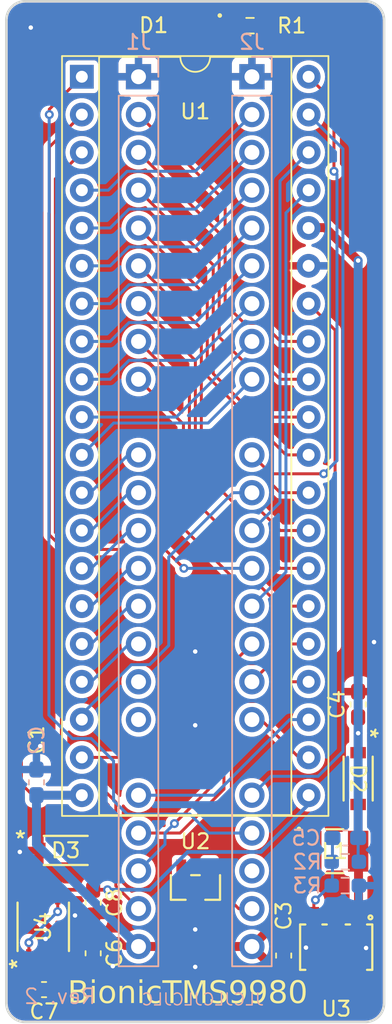
<source format=kicad_pcb>
(kicad_pcb (version 20240108) (generator "pcbnew") (generator_version "8.0")
  (title_block (title "BionicTMS9981") (date "2025-03-02") (rev "2") (company "Tadashi G. Takaoka"))
  (layers (0 "F.Cu" mixed) (31 "B.Cu" mixed) (34 "B.Paste" user) (35 "F.Paste" user) (36 "B.SilkS" user "B.Silkscreen") (37 "F.SilkS" user "F.Silkscreen") (38 "B.Mask" user) (39 "F.Mask" user) (44 "Edge.Cuts" user))
  (net 0 "")
  (net 1 "VCC")
  (net 2 "GND")
  (net 3 "/P53")
  (net 4 "/P26")
  (net 5 "/P27")
  (net 6 "/P47")
  (net 7 "/P46")
  (net 8 "/P25")
  (net 9 "/P24")
  (net 10 "/P23")
  (net 11 "/P22")
  (net 12 "/P21")
  (net 13 "/P20")
  (net 14 "/P34")
  (net 15 "/P35")
  (net 16 "/P17")
  (net 17 "/P16")
  (net 18 "/P15")
  (net 19 "/P40")
  (net 20 "/P14")
  (net 21 "/P13")
  (net 22 "/P42")
  (net 23 "/P12")
  (net 24 "/P11")
  (net 25 "/P10")
  (net 26 "/P33")
  (net 27 "/P32")
  (net 28 "/P31")
  (net 29 "/P30")
  (net 30 "/P51")
  (net 31 "/P55")
  (net 32 "/P43")
  (net 33 "/P50")
  (net 34 "/P52")
  (net 36 "Net-(D1-K)")
  (net 38 "/P44")
  (net 39 "/P41")
  (net 40 "/P54")
  (net 41 "/P45")
  (net 42 "/dcdc+12v/+12V")
  (net 43 "Net-(J2-P57)")
  (net 45 "Net-(U3-IN-)")
  (net 46 "Net-(C7-Pad2)")
  (net 47 "Net-(C7-Pad1)")
  (net 48 "/dcdc-5v/-5V")
  (net 49 "Net-(D2-A)")
  (footprint "Capacitor_SMD:C_0603_1608Metric_Pad1.08x0.95mm_HandSolder" (layer "F.Cu") (at 103.5411 136.3956)
    (property "Reference" "C7" (at -0.0011 1.4732 0) (layer "F.SilkS"))
    (property "Value" "1u/50V")
    (pad "1" smd roundrect (at -0.8625 0) (size 1.075 0.95) (layers "F.Cu" "F.Paste" "F.Mask") (net 47 "Net-(C7-Pad1)"))
    (pad "2" smd roundrect (at 0.8625 0) (size 1.075 0.95) (layers "F.Cu" "F.Paste" "F.Mask") (net 46 "Net-(C7-Pad2)"))
  )
  (footprint "Capacitor_SMD:C_0603_1608Metric_Pad1.08x0.95mm_HandSolder" (layer "F.Cu") (at 119.6436 134.1107 90)
    (property "Reference" "C3" (at 2.667 0 90) (layer "F.SilkS"))
    (property "Value" "10uF/50V")
    (pad "1" smd roundrect (at -0.8625 0 90) (size 1.075 0.95) (layers "F.Cu" "F.Paste" "F.Mask") (net 1 "VCC"))
    (pad "2" smd roundrect (at 0.8625 0 90) (size 1.075 0.95) (layers "F.Cu" "F.Paste" "F.Mask") (net 2 "GND"))
  )
  (footprint "nisshinbo:SOT-89-5_NMD-M" (layer "F.Cu") (at 123.1728 133.5458 180)
    (property "Reference" "U3" (at -0.0014 -4.1452 0) (layer "F.SilkS"))
    (property "Value" "NJW4132")
    (pad "1" smd rect (at -1.5 1.9 180) (size 0.7 1.6) (layers "F.Cu" "F.Paste" "F.Mask") (net 49 "Net-(D2-A)"))
    (pad "2" smd custom (at 0 -0.05 180) (size 1 5.5) (layers "F.Cu" "F.Paste" "F.Mask") (net 2 "GND") (options (clearance outline) (anchor rect)) (primitives (gr_poly (pts (xy -0.5 -1.05) (xy 0.5 -1.05) (xy 1 -0.35) (xy 1 0.45) (xy 0.5 1.15) (xy -0.5 1.15) (xy -1 0.45) (xy -1 -0.35)) (width 0) (fill yes))))
    (pad "3" smd rect (at 1.5 1.9 180) (size 0.7 1.6) (layers "F.Cu" "F.Paste" "F.Mask") (net 45 "Net-(U3-IN-)"))
    (pad "4" smd rect (at 1.5 -1.95 180) (size 0.7 1.7) (layers "F.Cu" "F.Paste" "F.Mask") (net 1 "VCC"))
    (pad "5" smd rect (at -1.5 -1.95 180) (size 0.7 1.7) (layers "F.Cu" "F.Paste" "F.Mask") (net 1 "VCC"))
  )
  (footprint "Capacitor_SMD:C_0603_1608Metric_Pad1.08x0.95mm_HandSolder" (layer "F.Cu") (at 106.842 130.5536 -90)
    (property "Reference" "C8" (at 0 -1.43 90) (layer "F.SilkS"))
    (property "Value" "1u/50V")
    (pad "1" smd roundrect (at -0.8625 0 270) (size 1.075 0.95) (layers "F.Cu" "F.Paste" "F.Mask") (net 48 "/dcdc-5v/-5V"))
    (pad "2" smd roundrect (at 0.8625 0 270) (size 1.075 0.95) (layers "F.Cu" "F.Paste" "F.Mask") (net 2 "GND"))
  )
  (footprint "Capacitor_SMD:C_0603_1608Metric_Pad1.08x0.95mm_HandSolder" (layer "F.Cu") (at 124.6474 117.244 90)
    (property "Reference" "C4" (at 0 -1.43 90) (layer "F.SilkS"))
    (property "Value" "22uF/16V")
    (pad "1" smd roundrect (at -0.8625 0 90) (size 1.075 0.95) (layers "F.Cu" "F.Paste" "F.Mask") (net 42 "/dcdc+12v/+12V"))
    (pad "2" smd roundrect (at 0.8625 0 90) (size 1.075 0.95) (layers "F.Cu" "F.Paste" "F.Mask") (net 2 "GND"))
  )
  (footprint "Resistor_SMD:R_0603_1608Metric_Pad0.98x0.95mm_HandSolder" (layer "F.Cu") (at 117.383 71.651)
    (property "Reference" "R1" (at 2.794 0 0) (layer "F.SilkS"))
    (property "Value" "1.6k")
    (pad "1" smd roundrect (at -0.9125 0) (size 0.975 0.95) (layers "F.Cu" "F.Paste" "F.Mask") (net 36 "Net-(D1-K)"))
    (pad "2" smd roundrect (at 0.9125 0) (size 0.975 0.95) (layers "F.Cu" "F.Paste" "F.Mask") (net 2 "GND"))
  )
  (footprint "rhom:LED_CSL1901UW1_ROM-M" (layer "F.Cu") (at 113.7 71.651 180)
    (property "Reference" "D1" (at 2.794 0.0254 0) (layer "F.SilkS"))
    (property "Value" "CSL1901UW1")
    (pad "1" smd rect (at -0.8763 0 180) (size 0.9652 0.762) (layers "F.Cu" "F.Paste" "F.Mask") (net 36 "Net-(D1-K)"))
    (pad "2" smd rect (at 0.8763 0 180) (size 0.9652 0.762) (layers "F.Cu" "F.Paste" "F.Mask") (net 1 "VCC"))
    (zone (net 0) (net_name "") (layer "F.Cu") (connect_pads (clearance 0)) (min_thickness 0.254)
      (keepout (tracks not_allowed) (vias not_allowed) (pads allowed) (copperpour not_allowed) (footprints allowed))
      (fill (thermal_gap 0.508) (thermal_bridge_width 0.508))
      (polygon (pts (xy 114.0429 72.0066) (xy 113.3571 72.0066) (xy 113.3571 71.2954) (xy 114.0429 71.2954)))
    )
  )
  (footprint "Capacitor_SMD:C_0603_1608Metric_Pad1.08x0.95mm_HandSolder" (layer "F.Cu") (at 103.032 122.4764 90)
    (property "Reference" "C1" (at 2.8448 0 90) (layer "F.SilkS"))
    (property "Value" "22u")
    (pad "1" smd roundrect (at -0.8625 0 90) (size 1.075 0.95) (layers "F.Cu" "F.Paste" "F.Mask") (net 1 "VCC"))
    (pad "2" smd roundrect (at 0.8625 0 90) (size 1.075 0.95) (layers "F.Cu" "F.Paste" "F.Mask") (net 2 "GND"))
  )
  (footprint "murata:IND_DFE322512F_MUR-M" (layer "F.Cu") (at 123.0726 127.0992)
    (property "Reference" "L1" (at 0 0 0) (layer "F.SilkS"))
    (property "Value" "10uH/3A")
    (pad "1" smd rect (at -1.5748 0) (size 1.3716 2.7432) (layers "F.Cu" "F.Paste" "F.Mask") (net 1 "VCC"))
    (pad "2" smd rect (at 1.5748 0) (size 1.3716 2.7432) (layers "F.Cu" "F.Paste" "F.Mask") (net 49 "Net-(D2-A)"))
    (zone (net 0) (net_name "") (layer "F.Cu") (connect_pads (clearance 0)) (min_thickness 0.254)
      (keepout (tracks not_allowed) (vias not_allowed) (pads allowed) (copperpour not_allowed) (footprints allowed))
      (fill (thermal_gap 0.508) (thermal_bridge_width 0.508))
      (polygon (pts (xy 122.2344 125.8038) (xy 123.9108 125.8038) (xy 123.9108 128.3946) (xy 122.2344 128.3946)))
    )
  )
  (footprint "microchip:SOT-23_MC_MCH-M" (layer "F.Cu") (at 113.715199 129.5368 180)
    (property "Reference" "U2" (at 0 3.098 0) (layer "F.SilkS"))
    (property "Value" "11AA010-I/TT")
    (pad "1" smd rect (at -0.950001 1.066 180) (size 0.6604 1.6256) (layers "F.Cu" "F.Paste" "F.Mask") (net 43 "Net-(J2-P57)"))
    (pad "2" smd rect (at 0.950001 1.066 180) (size 0.6604 1.6256) (layers "F.Cu" "F.Paste" "F.Mask") (net 1 "VCC"))
    (pad "3" smd rect (at 0 -1.066 180) (size 0.6604 1.6256) (layers "F.Cu" "F.Paste" "F.Mask") (net 2 "GND"))
  )
  (footprint "murata:CR_60M-60_ROM-M" (layer "F.Cu") (at 105.0005 127.0484)
    (property "Reference" "D3" (at 0 0 0) (layer "F.SilkS"))
    (property "Value" "30V/1A")
    (fp_text user "*" (at -3.048 -0.762 0) (layer "F.SilkS"))
    (pad "1" smd rect (at -1.7399 0) (size 0.762 1.0414) (layers "F.Cu" "F.Paste" "F.Mask") (net 2 "GND"))
    (pad "2" smd rect (at 1.7399 0) (size 0.762 1.0414) (layers "F.Cu" "F.Paste" "F.Mask") (net 48 "/dcdc-5v/-5V"))
    (zone (net 0) (net_name "") (layer "F.Cu") (connect_pads (clearance 0)) (min_thickness 0.254)
      (keepout (tracks not_allowed) (vias not_allowed) (pads allowed) (copperpour not_allowed) (footprints allowed))
      (fill (thermal_gap 0.508) (thermal_bridge_width 0.508))
      (polygon (pts (xy 103.6924 126.2483) (xy 106.3086 126.2483) (xy 106.3086 127.8485) (xy 103.6924 127.8485)))
    )
  )
  (footprint "bionic:DIP-40_W15.24mm_Socket" (layer "F.Cu") (at 106.08 75.08)
    (property "Reference" "U1" (at 7.62 2.3368 0) (layer "F.SilkS"))
    (property "Value" "TMS9980")
    (pad "1" thru_hole rect (at 0 0) (size 1.6 1.6) (drill 0.8) (layers "*.Cu" "*.Mask") (net 31 "/P55"))
    (pad "2" thru_hole oval (at 0 2.54) (size 1.6 1.6) (drill 0.8) (layers "*.Cu" "*.Mask") (net 3 "/P53"))
    (pad "3" thru_hole oval (at 0 5.08) (size 1.6 1.6) (drill 0.8) (layers "*.Cu" "*.Mask") (net 32 "/P43"))
    (pad "4" thru_hole oval (at 0 7.62) (size 1.6 1.6) (drill 0.8) (layers "*.Cu" "*.Mask") (net 13 "/P20"))
    (pad "5" thru_hole oval (at 0 10.16) (size 1.6 1.6) (drill 0.8) (layers "*.Cu" "*.Mask") (net 12 "/P21"))
    (pad "6" thru_hole oval (at 0 12.7) (size 1.6 1.6) (drill 0.8) (layers "*.Cu" "*.Mask") (net 11 "/P22"))
    (pad "7" thru_hole oval (at 0 15.24) (size 1.6 1.6) (drill 0.8) (layers "*.Cu" "*.Mask") (net 10 "/P23"))
    (pad "8" thru_hole oval (at 0 17.78) (size 1.6 1.6) (drill 0.8) (layers "*.Cu" "*.Mask") (net 9 "/P24"))
    (pad "9" thru_hole oval (at 0 20.32) (size 1.6 1.6) (drill 0.8) (layers "*.Cu" "*.Mask") (net 8 "/P25"))
    (pad "10" thru_hole oval (at 0 22.86) (size 1.6 1.6) (drill 0.8) (layers "*.Cu" "*.Mask") (net 4 "/P26"))
    (pad "11" thru_hole oval (at 0 25.4) (size 1.6 1.6) (drill 0.8) (layers "*.Cu" "*.Mask") (net 5 "/P27"))
    (pad "12" thru_hole oval (at 0 27.94) (size 1.6 1.6) (drill 0.8) (layers "*.Cu" "*.Mask") (net 29 "/P30"))
    (pad "13" thru_hole oval (at 0 30.48) (size 1.6 1.6) (drill 0.8) (layers "*.Cu" "*.Mask") (net 28 "/P31"))
    (pad "14" thru_hole oval (at 0 33.02) (size 1.6 1.6) (drill 0.8) (layers "*.Cu" "*.Mask") (net 27 "/P32"))
    (pad "15" thru_hole oval (at 0 35.56) (size 1.6 1.6) (drill 0.8) (layers "*.Cu" "*.Mask") (net 26 "/P33"))
    (pad "16" thru_hole oval (at 0 38.1) (size 1.6 1.6) (drill 0.8) (layers "*.Cu" "*.Mask") (net 14 "/P34"))
    (pad "17" thru_hole oval (at 0 40.64) (size 1.6 1.6) (drill 0.8) (layers "*.Cu" "*.Mask") (net 15 "/P35"))
    (pad "18" thru_hole oval (at 0 43.18) (size 1.6 1.6) (drill 0.8) (layers "*.Cu" "*.Mask") (net 39 "/P41"))
    (pad "19" thru_hole oval (at 0 45.72) (size 1.6 1.6) (drill 0.8) (layers "*.Cu" "*.Mask") (net 41 "/P45"))
    (pad "20" thru_hole oval (at 0 48.26) (size 1.6 1.6) (drill 0.8) (layers "*.Cu" "*.Mask") (net 1 "VCC"))
    (pad "21" thru_hole oval (at 15.24 48.26) (size 1.6 1.6) (drill 0.8) (layers "*.Cu" "*.Mask") (net 48 "/dcdc-5v/-5V"))
    (pad "22" thru_hole oval (at 15.24 45.72) (size 1.6 1.6) (drill 0.8) (layers "*.Cu" "*.Mask") (net 6 "/P47"))
    (pad "23" thru_hole oval (at 15.24 43.18) (size 1.6 1.6) (drill 0.8) (layers "*.Cu" "*.Mask") (net 33 "/P50"))
    (pad "24" thru_hole oval (at 15.24 40.64) (size 1.6 1.6) (drill 0.8) (layers "*.Cu" "*.Mask") (net 30 "/P51"))
    (pad "25" thru_hole oval (at 15.24 38.1) (size 1.6 1.6) (drill 0.8) (layers "*.Cu" "*.Mask") (net 34 "/P52"))
    (pad "26" thru_hole oval (at 15.24 35.56) (size 1.6 1.6) (drill 0.8) (layers "*.Cu" "*.Mask") (net 16 "/P17"))
    (pad "27" thru_hole oval (at 15.24 33.02) (size 1.6 1.6) (drill 0.8) (layers "*.Cu" "*.Mask") (net 17 "/P16"))
    (pad "28" thru_hole oval (at 15.24 30.48) (size 1.6 1.6) (drill 0.8) (layers "*.Cu" "*.Mask") (net 18 "/P15"))
    (pad "29" thru_hole oval (at 15.24 27.94) (size 1.6 1.6) (drill 0.8) (layers "*.Cu" "*.Mask") (net 20 "/P14"))
    (pad "30" thru_hole oval (at 15.24 25.4) (size 1.6 1.6) (drill 0.8) (layers "*.Cu" "*.Mask") (net 21 "/P13"))
    (pad "31" thru_hole oval (at 15.24 22.86) (size 1.6 1.6) (drill 0.8) (layers "*.Cu" "*.Mask") (net 23 "/P12"))
    (pad "32" thru_hole oval (at 15.24 20.32) (size 1.6 1.6) (drill 0.8) (layers "*.Cu" "*.Mask") (net 24 "/P11"))
    (pad "33" thru_hole oval (at 15.24 17.78) (size 1.6 1.6) (drill 0.8) (layers "*.Cu" "*.Mask") (net 25 "/P10"))
    (pad "34" thru_hole oval (at 15.24 15.24) (size 1.6 1.6) (drill 0.8) (layers "*.Cu" "*.Mask") (net 7 "/P46"))
    (pad "35" thru_hole oval (at 15.24 12.7) (size 1.6 1.6) (drill 0.8) (layers "*.Cu" "*.Mask") (net 2 "GND"))
    (pad "36" thru_hole oval (at 15.24 10.16) (size 1.6 1.6) (drill 0.8) (layers "*.Cu" "*.Mask") (net 42 "/dcdc+12v/+12V"))
    (pad "37" thru_hole oval (at 15.24 7.62) (size 1.6 1.6) (drill 0.8) (layers "*.Cu" "*.Mask") (net 38 "/P44"))
    (pad "38" thru_hole oval (at 15.24 5.08) (size 1.6 1.6) (drill 0.8) (layers "*.Cu" "*.Mask") (net 22 "/P42"))
    (pad "39" thru_hole oval (at 15.24 2.54) (size 1.6 1.6) (drill 0.8) (layers "*.Cu" "*.Mask") (net 40 "/P54"))
    (pad "40" thru_hole oval (at 15.24 0) (size 1.6 1.6) (drill 0.8) (layers "*.Cu" "*.Mask") (net 19 "/P40"))
  )
  (footprint "Capacitor_SMD:C_0603_1608Metric_Pad1.08x0.95mm_HandSolder" (layer "F.Cu") (at 106.842 133.9583 -90)
    (property "Reference" "C6" (at 0 -1.43 90) (layer "F.SilkS"))
    (property "Value" "1u/50V")
    (pad "1" smd roundrect (at -0.8625 0 270) (size 1.075 0.95) (layers "F.Cu" "F.Paste" "F.Mask") (net 1 "VCC"))
    (pad "2" smd roundrect (at 0.8625 0 270) (size 1.075 0.95) (layers "F.Cu" "F.Paste" "F.Mask") (net 2 "GND"))
  )
  (footprint "murata:CR_60M-60_ROM-M" (layer "F.Cu") (at 124.6474 122.2224 -90)
    (property "Reference" "D2" (at 0 0 -90) (layer "F.SilkS"))
    (property "Value" "30V/1A")
    (fp_text user "*" (at -3.048 -0.762 -90) (layer "F.SilkS"))
    (pad "1" smd rect (at -1.7399 0 270) (size 0.762 1.0414) (layers "F.Cu" "F.Paste" "F.Mask") (net 42 "/dcdc+12v/+12V"))
    (pad "2" smd rect (at 1.7399 0 270) (size 0.762 1.0414) (layers "F.Cu" "F.Paste" "F.Mask") (net 49 "Net-(D2-A)"))
    (zone (net 0) (net_name "") (layer "F.Cu") (connect_pads (clearance 0)) (min_thickness 0.254)
      (keepout (tracks not_allowed) (vias not_allowed) (pads allowed) (copperpour not_allowed) (footprints allowed))
      (fill (thermal_gap 0.508) (thermal_bridge_width 0.508))
      (polygon (pts (xy 125.4475 120.9143) (xy 125.4475 123.5305) (xy 123.8473 123.5305) (xy 123.8473 120.9143)))
    )
  )
  (footprint "nisshinbo:MSOP8VSP8_PI-VSP8-E-B_NMD-M" (layer "F.Cu") (at 103.4892 132.1792 90)
    (property "Reference" "U4" (at 0 0 90) (layer "F.SilkS"))
    (property "Value" "NJW4191")
    (fp_text user "*" (at -2.5 -1.7 90) (layer "F.SilkS"))
    (pad "1" smd rect (at -2.10185 -0.974999 90) (size 1.2065 0.3556) (layers "F.Cu" "F.Paste" "F.Mask") (net 48 "/dcdc-5v/-5V"))
    (pad "2" smd rect (at -2.10185 -0.325001 90) (size 1.2065 0.3556) (layers "F.Cu" "F.Paste" "F.Mask") (net 47 "Net-(C7-Pad1)"))
    (pad "3" smd rect (at -2.10185 0.325001 90) (size 1.2065 0.3556) (layers "F.Cu" "F.Paste" "F.Mask") (net 2 "GND"))
    (pad "4" smd rect (at -2.10185 0.974999 90) (size 1.2065 0.3556) (layers "F.Cu" "F.Paste" "F.Mask") (net 46 "Net-(C7-Pad2)"))
    (pad "5" smd rect (at 2.10185 0.974999 90) (size 1.2065 0.3556) (layers "F.Cu" "F.Paste" "F.Mask") (net 48 "/dcdc-5v/-5V"))
    (pad "6" smd rect (at 2.10185 0.325001 90) (size 1.2065 0.3556) (layers "F.Cu" "F.Paste" "F.Mask") (net 1 "VCC"))
    (pad "7" smd rect (at 2.10185 -0.325001 90) (size 1.2065 0.3556) (layers "F.Cu" "F.Paste" "F.Mask") (net 2 "GND"))
    (pad "8" smd rect (at 2.10185 -0.974999 90) (size 1.2065 0.3556) (layers "F.Cu" "F.Paste" "F.Mask") (net 1 "VCC"))
  )
  (footprint "bionic:Bionic-P135_THT" (layer "B.Cu") (at 109.89 75.08 180)
    (property "Reference" "J1" (at 0 2.33 0) (layer "B.SilkS") (effects (justify mirror)))
    (property "Value" "Bionic-P135")
    (pad "1" thru_hole rect (at 0 0 180) (size 1.7 1.7) (drill 1) (layers "*.Cu" "*.Mask") (net 2 "GND"))
    (pad "2" thru_hole oval (at 0 -2.54 180) (size 1.7 1.7) (drill 1) (layers "*.Cu" "*.Mask") (net 25 "/P10"))
    (pad "3" thru_hole oval (at 0 -5.08 180) (size 1.7 1.7) (drill 1) (layers "*.Cu" "*.Mask") (net 24 "/P11"))
    (pad "4" thru_hole oval (at 0 -7.62 180) (size 1.7 1.7) (drill 1) (layers "*.Cu" "*.Mask") (net 23 "/P12"))
    (pad "5" thru_hole oval (at 0 -10.16 180) (size 1.7 1.7) (drill 1) (layers "*.Cu" "*.Mask") (net 21 "/P13"))
    (pad "6" thru_hole oval (at 0 -12.7 180) (size 1.7 1.7) (drill 1) (layers "*.Cu" "*.Mask") (net 20 "/P14"))
    (pad "7" thru_hole oval (at 0 -15.24 180) (size 1.7 1.7) (drill 1) (layers "*.Cu" "*.Mask") (net 18 "/P15"))
    (pad "8" thru_hole oval (at 0 -17.78 180) (size 1.7 1.7) (drill 1) (layers "*.Cu" "*.Mask") (net 17 "/P16"))
    (pad "9" thru_hole oval (at 0 -20.32 180) (size 1.7 1.7) (drill 1) (layers "*.Cu" "*.Mask") (net 16 "/P17"))
    (pad "11" thru_hole oval (at 0 -25.4 180) (size 1.7 1.7) (drill 1) (layers "*.Cu" "*.Mask") (net 29 "/P30"))
    (pad "12" thru_hole oval (at 0 -27.94 180) (size 1.7 1.7) (drill 1) (layers "*.Cu" "*.Mask") (net 28 "/P31"))
    (pad "13" thru_hole oval (at 0 -30.48 180) (size 1.7 1.7) (drill 1) (layers "*.Cu" "*.Mask") (net 27 "/P32"))
    (pad "14" thru_hole oval (at 0 -33.02 180) (size 1.7 1.7) (drill 1) (layers "*.Cu" "*.Mask") (net 26 "/P33"))
    (pad "15" thru_hole oval (at 0 -35.56 180) (size 1.7 1.7) (drill 1) (layers "*.Cu" "*.Mask") (net 14 "/P34"))
    (pad "16" thru_hole oval (at 0 -38.1 180) (size 1.7 1.7) (drill 1) (layers "*.Cu" "*.Mask") (net 15 "/P35"))
    (pad "17" thru_hole oval (at 0 -40.64 180) (size 1.7 1.7) (drill 1) (layers "*.Cu" "*.Mask"))
    (pad "18" thru_hole oval (at 0 -43.18 180) (size 1.7 1.7) (drill 1) (layers "*.Cu" "*.Mask"))
    (pad "20" thru_hole oval (at 0 -48.26 180) (size 1.7 1.7) (drill 1) (layers "*.Cu" "*.Mask") (net 33 "/P50"))
    (pad "21" thru_hole oval (at 0 -50.8 180) (size 1.7 1.7) (drill 1) (layers "*.Cu" "*.Mask") (net 30 "/P51"))
    (pad "22" thru_hole oval (at 0 -53.34 180) (size 1.7 1.7) (drill 1) (layers "*.Cu" "*.Mask") (net 34 "/P52"))
    (pad "23" thru_hole oval (at 0 -55.88 180) (size 1.7 1.7) (drill 1) (layers "*.Cu" "*.Mask") (net 3 "/P53"))
    (pad "24" thru_hole oval (at 0 -58.42 180) (size 1.7 1.7) (drill 1) (layers "*.Cu" "*.Mask") (net 1 "VCC"))
  )
  (footprint "Resistor_SMD:R_0603_1608Metric_Pad0.98x0.95mm_HandSolder" (layer "B.Cu") (at 123.7838 129.4106)
    (property "Reference" "R3" (at -2.5654 0 0) (layer "B.SilkS") (effects (justify mirror)))
    (property "Value" "20k")
    (pad "1" smd roundrect (at -0.9125 0) (size 0.975 0.95) (layers "B.Cu" "B.Paste" "B.Mask") (net 45 "Net-(U3-IN-)"))
    (pad "2" smd roundrect (at 0.9125 0) (size 0.975 0.95) (layers "B.Cu" "B.Paste" "B.Mask") (net 2 "GND"))
  )
  (footprint "Capacitor_SMD:C_0603_1608Metric_Pad1.08x0.95mm_HandSolder" (layer "B.Cu") (at 123.7838 126.2102 180)
    (property "Reference" "C5" (at 2.6416 0 0) (layer "B.SilkS") (effects (justify mirror)))
    (property "Value" "15pF")
    (pad "1" smd roundrect (at -0.8625 0 180) (size 1.075 0.95) (layers "B.Cu" "B.Paste" "B.Mask") (net 42 "/dcdc+12v/+12V"))
    (pad "2" smd roundrect (at 0.8625 0 180) (size 1.075 0.95) (layers "B.Cu" "B.Paste" "B.Mask") (net 45 "Net-(U3-IN-)"))
  )
  (footprint "bionic:Bionic-P245_THT" (layer "B.Cu") (at 117.51 75.08 180)
    (property "Reference" "J2" (at 0 2.33 0) (layer "B.SilkS") (effects (justify mirror)))
    (property "Value" "Bionic-P245")
    (pad "25" thru_hole oval (at 0 -58.42 180) (size 1.7 1.7) (drill 1) (layers "*.Cu" "*.Mask") (net 1 "VCC"))
    (pad "26" thru_hole oval (at 0 -55.88 180) (size 1.7 1.7) (drill 1) (layers "*.Cu" "*.Mask") (net 43 "Net-(J2-P57)"))
    (pad "27" thru_hole oval (at 0 -53.34 180) (size 1.7 1.7) (drill 1) (layers "*.Cu" "*.Mask"))
    (pad "28" thru_hole oval (at 0 -50.8 180) (size 1.7 1.7) (drill 1) (layers "*.Cu" "*.Mask") (net 31 "/P55"))
    (pad "29" thru_hole oval (at 0 -48.26 180) (size 1.7 1.7) (drill 1) (layers "*.Cu" "*.Mask") (net 40 "/P54"))
    (pad "31" thru_hole oval (at 0 -43.18 180) (size 1.7 1.7) (drill 1) (layers "*.Cu" "*.Mask") (net 6 "/P47"))
    (pad "32" thru_hole oval (at 0 -40.64 180) (size 1.7 1.7) (drill 1) (layers "*.Cu" "*.Mask") (net 7 "/P46"))
    (pad "33" thru_hole oval (at 0 -38.1 180) (size 1.7 1.7) (drill 1) (layers "*.Cu" "*.Mask") (net 41 "/P45"))
    (pad "34" thru_hole oval (at 0 -35.56 180) (size 1.7 1.7) (drill 1) (layers "*.Cu" "*.Mask") (net 38 "/P44"))
    (pad "35" thru_hole oval (at 0 -33.02 180) (size 1.7 1.7) (drill 1) (layers "*.Cu" "*.Mask") (net 32 "/P43"))
    (pad "36" thru_hole oval (at 0 -30.48 180) (size 1.7 1.7) (drill 1) (layers "*.Cu" "*.Mask") (net 22 "/P42"))
    (pad "37" thru_hole oval (at 0 -27.94 180) (size 1.7 1.7) (drill 1) (layers "*.Cu" "*.Mask") (net 39 "/P41"))
    (pad "38" thru_hole oval (at 0 -25.4 180) (size 1.7 1.7) (drill 1) (layers "*.Cu" "*.Mask") (net 19 "/P40"))
    (pad "40" thru_hole oval (at 0 -20.32 180) (size 1.7 1.7) (drill 1) (layers "*.Cu" "*.Mask") (net 5 "/P27"))
    (pad "41" thru_hole oval (at 0 -17.78 180) (size 1.7 1.7) (drill 1) (layers "*.Cu" "*.Mask") (net 4 "/P26"))
    (pad "42" thru_hole oval (at 0 -15.24 180) (size 1.7 1.7) (drill 1) (layers "*.Cu" "*.Mask") (net 8 "/P25"))
    (pad "43" thru_hole oval (at 0 -12.7 180) (size 1.7 1.7) (drill 1) (layers "*.Cu" "*.Mask") (net 9 "/P24"))
    (pad "44" thru_hole oval (at 0 -10.16 180) (size 1.7 1.7) (drill 1) (layers "*.Cu" "*.Mask") (net 10 "/P23"))
    (pad "45" thru_hole oval (at 0 -7.62 180) (size 1.7 1.7) (drill 1) (layers "*.Cu" "*.Mask") (net 11 "/P22"))
    (pad "46" thru_hole oval (at 0 -5.08 180) (size 1.7 1.7) (drill 1) (layers "*.Cu" "*.Mask") (net 12 "/P21"))
    (pad "47" thru_hole oval (at 0 -2.54 180) (size 1.7 1.7) (drill 1) (layers "*.Cu" "*.Mask") (net 13 "/P20"))
    (pad "48" thru_hole rect (at 0 0 180) (size 1.7 1.7) (drill 1) (layers "*.Cu" "*.Mask") (net 2 "GND"))
  )
  (footprint "Capacitor_SMD:C_0603_1608Metric_Pad1.08x0.95mm_HandSolder" (layer "B.Cu") (at 103.032 122.4753 90)
    (property "Reference" "C2" (at 2.8194 0.0254 90) (layer "B.SilkS") (effects (justify mirror)))
    (property "Value" "0.1u")
    (pad "1" smd roundrect (at -0.8625 0 90) (size 1.075 0.95) (layers "B.Cu" "B.Paste" "B.Mask") (net 1 "VCC"))
    (pad "2" smd roundrect (at 0.8625 0 90) (size 1.075 0.95) (layers "B.Cu" "B.Paste" "B.Mask") (net 2 "GND"))
  )
  (footprint "Resistor_SMD:R_0603_1608Metric_Pad0.98x0.95mm_HandSolder" (layer "B.Cu") (at 123.7838 127.8104 180)
    (property "Reference" "R2" (at 2.5654 -0.0046 0) (layer "B.SilkS") (effects (justify mirror)))
    (property "Value" "220k")
    (pad "1" smd roundrect (at -0.9125 0 180) (size 0.975 0.95) (layers "B.Cu" "B.Paste" "B.Mask") (net 42 "/dcdc+12v/+12V"))
    (pad "2" smd roundrect (at 0.9125 0 180) (size 0.975 0.95) (layers "B.Cu" "B.Paste" "B.Mask") (net 45 "Net-(U3-IN-)"))
  )
  (gr_arc (start 125.13 70) (mid 126.028026 70.371974) (end 126.4 71.27) (stroke (width 0.15)) (layer "Edge.Cuts"))
  (gr_arc (start 102.27 138.58) (mid 101.371974 138.208026) (end 101 137.31) (stroke (width 0.15)) (layer "Edge.Cuts"))
  (gr_line (start 126.4 71.27) (end 126.4 137.31) (stroke (width 0.15)) (layer "Edge.Cuts"))
  (gr_arc (start 126.4 137.31) (mid 126.028026 138.208026) (end 125.13 138.58) (stroke (width 0.15)) (layer "Edge.Cuts"))
  (gr_line (start 102.27 138.58) (end 125.13 138.58) (stroke (width 0.15)) (layer "Edge.Cuts"))
  (gr_line (start 102.27 70) (end 125.13 70) (stroke (width 0.15)) (layer "Edge.Cuts"))
  (gr_arc (start 101 71.27) (mid 101.371974 70.371974) (end 102.27 70) (stroke (width 0.15)) (layer "Edge.Cuts"))
  (gr_line (start 101 71.27) (end 101 137.31) (stroke (width 0.15)) (layer "Edge.Cuts"))
  (gr_text "Rev. 2" (at 107.096 137.437 0) (layer "B.SilkS") (effects (font (size 1 1)) (justify left bottom mirror)))
  (gr_text "JLCJLCJLCJLC" (at 114.208 137.056 0) (layer "B.SilkS") (effects (font (size 0.8 0.8)) (justify mirror)))
  (gr_text "BionicTMS9980" (at 113.192 136.675 0) (layer "F.SilkS") (effects (font (size 1.5 1.5))))
  (segment (start 119.4912 129.436) (end 121.4978 127.4294) (width 0.6) (layer "F.Cu") (net 1))
  (segment (start 103.2352 131.459601) (end 103.2352 131.5188) (width 0.2) (layer "F.Cu") (net 1))
  (segment (start 104.937 71.651) (end 112.8237 71.651) (width 0.2) (layer "F.Cu") (net 1))
  (segment (start 119.4912 131.5188) (end 119.4912 129.436) (width 0.6) (layer "F.Cu") (net 1))
  (segment (start 102.016 74.572) (end 104.937 71.651) (width 0.2) (layer "F.Cu") (net 1))
  (segment (start 104.9116 133.0936) (end 106.8398 133.0936) (width 0.36) (layer "F.Cu") (net 1))
  (segment (start 121.6728 135.4958) (end 121.6728 137.1548) (width 0.2) (layer "F.Cu") (net 1))
  (segment (start 112.765198 128.4708) (end 112.765198 133.469602) (width 0.2) (layer "F.Cu") (net 1))
  (segment (start 121.1676 137.1576) (end 121.6756 137.1576) (width 0.6) (layer "F.Cu") (net 1))
  (segment (start 121.6728 137.3326) (end 121.4978 137.1576) (width 0.2) (layer "F.Cu") (net 1))
  (segment (start 103.032 123.3389) (end 102.7769 123.3389) (width 0.2) (layer "F.Cu") (net 1))
  (segment (start 112.765198 133.469602) (end 112.7348 133.5) (width 0.2) (layer "F.Cu") (net 1))
  (segment (start 102.016 122.578) (end 102.016 74.572) (width 0.2) (layer "F.Cu") (net 1))
  (segment (start 103.3366 123.3389) (end 103.032 123.3389) (width 0.6) (layer "F.Cu") (net 1))
  (segment (start 102.514201 130.797801) (end 102.514201 130.07735) (width 0.36) (layer "F.Cu") (net 1))
  (segment (start 102.7769 123.3389) (end 102.016 122.578) (width 0.2) (layer "F.Cu") (net 1))
  (segment (start 103.032 123.3389) (end 106.0789 123.3389) (width 0.6) (layer "F.Cu") (net 1))
  (segment (start 104.81 133.0936) (end 103.2352 131.5188) (width 0.36) (layer "F.Cu") (net 1))
  (segment (start 106.842 133.0958) (end 108.5714 133.0958) (width 0.46) (layer "F.Cu") (net 1))
  (segment (start 103.814201 130.8806) (end 103.2352 131.459601) (width 0.2) (layer "F.Cu") (net 1))
  (segment (start 106.0789 123.3389) (end 106.08 123.34) (width 0.6) (layer "F.Cu") (net 1))
  (segment (start 112.7348 133.5) (end 109.89 133.5) (width 0.6) (layer "F.Cu") (net 1))
  (segment (start 124.6728 136.4464) (end 124.6728 135.4958) (width 0.6) (layer "F.Cu") (net 1))
  (segment (start 103.2352 131.5188) (end 102.514201 130.797801) (width 0.36) (layer "F.Cu") (net 1))
  (segment (start 108.5714 133.0958) (end 108.9756 133.5) (width 0.46) (layer "F.Cu") (net 1))
  (segment (start 106.8398 133.0936) (end 106.842 133.0958) (width 0.36) (layer "F.Cu") (net 1))
  (segment (start 121.6756 137.1576) (end 123.9616 137.1576) (width 0.6) (layer "F.Cu") (net 1))
  (segment (start 104.9116 133.0936) (end 104.81 133.0936) (width 0.36) (layer "F.Cu") (net 1))
  (segment (start 121.1676 137.1576) (end 117.51 133.5) (width 0.6) (layer "F.Cu") (net 1))
  (segment (start 108.9756 133.5) (end 109.89 133.5) (width 0.46) (layer "F.Cu") (net 1))
  (segment (start 121.6728 137.1548) (end 121.6756 137.1576) (width 0.2) (layer "F.Cu") (net 1))
  (segment (start 103.3367 123.339) (end 103.3366 123.3389) (width 0.6) (layer "F.Cu") (net 1))
  (segment (start 103.814201 130.07735) (end 103.814201 130.8806) (width 0.2) (layer "F.Cu") (net 1))
  (segment (start 117.51 133.5) (end 112.7348 133.5) (width 0.6) (layer "F.Cu") (net 1))
  (segment (start 117.51 133.5) (end 119.4912 131.5188) (width 0.6) (layer "F.Cu") (net 1))
  (segment (start 121.4978 127.4294) (end 121.4978 127.0992) (width 0.6) (layer "F.Cu") (net 1))
  (segment (start 123.9616 137.1576) (end 124.6728 136.4464) (width 0.6) (layer "F.Cu") (net 1))
  (segment (start 103.3379 123.34) (end 103.3368 123.3389) (width 0.6) (layer "B.Cu") (net 1))
  (segment (start 103.3374 123.3395) (end 103.3368 123.3389) (width 0.6) (layer "B.Cu") (net 1))
  (segment (start 103.3375 123.3395) (end 103.3374 123.3395) (width 0.6) (layer "B.Cu") (net 1))
  (segment (start 103.032 126.642) (end 103.032 123.3378) (width 0.6) (layer "B.Cu") (net 1))
  (segment (start 106.08 123.34) (end 103.3379 123.34) (width 0.6) (layer "B.Cu") (net 1))
  (segment (start 109.89 133.5) (end 103.032 126.642) (width 0.6) (layer "B.Cu") (net 1))
  (segment (start 119.6436 133.246) (end 121.1665 133.246) (width 0.5) (layer "F.Cu") (net 2))
  (segment (start 103.2606 128.2168) (end 103.2606 127.0484) (width 0.36) (layer "F.Cu") (net 2))
  (segment (start 103.164199 128.313201) (end 103.2606 128.2168) (width 0.36) (layer "F.Cu") (net 2))
  (segment (start 122.717 87.78) (end 121.32 87.78) (width 0.4) (layer "F.Cu") (net 2))
  (segment (start 121.1676 133.1444) (end 121.1665 133.1455) (width 0.2) (layer "F.Cu") (net 2))
  (segment (start 103.164199 130.07735) (end 103.164199 128.313201) (width 0.36) (layer "F.Cu") (net 2))
  (segment (start 121.32 87.78) (end 119.923 87.78) (width 0.4) (layer "F.Cu") (net 2))
  (via (at 102.651 71.778) (size 0.6) (drill 0.3) (layers "F.Cu" "B.Cu") (net 2))
  (via (at 113.7 134.8716) (size 0.6) (drill 0.3) (layers "F.Cu" "B.Cu") (net 2))
  (via (at 113.7 118.641) (size 0.6) (drill 0.3) (layers "F.Cu" "B.Cu") (net 2))
  (via (at 101.9144 127.15) (size 0.6) (drill 0.3) (layers "F.Cu" "B.Cu") (net 2))
  (via (at 113.7 132.357) (size 0.6) (drill 0.3) (layers "F.Cu" "B.Cu") (net 2))
  (via (at 103.6416 132.992) (size 0.6) (drill 0.3) (layers "F.Cu" "B.Cu") (net 2))
  (via (at 103.286 120.038) (size 0.6) (drill 0.3) (layers "F.Cu" "B.Cu") (net 2))
  (via (at 121.1422 133.5762) (size 0.6) (drill 0.3) (layers "F.Cu" "B.Cu") (net 2))
  (via (at 108.1628 134.8208) (size 0.6) (drill 0.3) (layers "F.Cu" "B.Cu") (net 2))
  (via (at 113.7 113.688) (size 0.6) (drill 0.3) (layers "F.Cu" "B.Cu") (net 2))
  (via (at 125.7142 113.053) (size 0.6) (drill 0.3) (layers "F.Cu" "B.Cu") (net 2))
  (via (at 105.6228 131.4172) (size 0.6) (drill 0.3) (layers "F.Cu" "B.Cu") (net 2))
  (via (at 125.1808 133.6016) (size 0.6) (drill 0.3) (layers "F.Cu" "B.Cu") (net 2))
  (segment (start 105.4704 122.07) (end 104.7084 121.308) (width 0.2) (layer "F.Cu") (net 3))
  (segment (start 103.902 105.852686) (end 103.902 79.798) (width 0.2) (layer "F.Cu") (net 3))
  (segment (start 108.366 123.7972) (end 106.6388 122.07) (width 0.2) (layer "F.Cu") (net 3))
  (segment (start 108.366 129.436) (end 108.366 123.7972) (width 0.2) (layer "F.Cu") (net 3))
  (segment (start 104.7084 106.659086) (end 103.902 105.852686) (width 0.2) (layer "F.Cu") (net 3))
  (segment (start 106.6388 122.07) (end 105.4704 122.07) (width 0.2) (layer "F.Cu") (net 3))
  (segment (start 109.89 130.96) (end 108.366 129.436) (width 0.2) (layer "F.Cu") (net 3))
  (segment (start 104.7084 121.308) (end 104.7084 106.659086) (width 0.2) (layer "F.Cu") (net 3))
  (segment (start 103.902 79.798) (end 106.08 77.62) (width 0.2) (layer "F.Cu") (net 3))
  (segment (start 117.51 92.86) (end 112.43 97.94) (width 0.2) (layer "B.Cu") (net 4))
  (segment (start 112.43 97.94) (end 106.08 97.94) (width 0.2) (layer "B.Cu") (net 4))
  (segment (start 117.51 95.4) (end 114.57 98.34) (width 0.2) (layer "B.Cu") (net 5))
  (segment (start 108.22 98.34) (end 106.08 100.48) (width 0.2) (layer "B.Cu") (net 5))
  (segment (start 114.57 98.34) (end 108.22 98.34) (width 0.2) (layer "B.Cu") (net 5))
  (segment (start 118.1196 118.26) (end 117.51 118.26) (width 0.2) (layer "F.Cu") (net 6))
  (segment (start 121.32 120.8) (end 120.6596 120.8) (width 0.2) (layer "F.Cu") (net 6))
  (segment (start 120.6596 120.8) (end 118.1196 118.26) (width 0.2) (layer "F.Cu") (net 6))
  (segment (start 118.78 114.45) (end 117.51 115.72) (width 0.2) (layer "F.Cu") (net 7))
  (segment (start 121.32 90.32) (end 123.098 92.098) (width 0.2) (layer "F.Cu") (net 7))
  (segment (start 121.955 114.45) (end 118.78 114.45) (width 0.2) (layer "F.Cu") (net 7))
  (segment (start 123.098 92.098) (end 123.098 113.307) (width 0.2) (layer "F.Cu") (net 7))
  (segment (start 123.098 113.307) (end 121.955 114.45) (width 0.2) (layer "F.Cu") (net 7))
  (segment (start 107.985 95.4) (end 106.08 95.4) (width 0.2) (layer "B.Cu") (net 8))
  (segment (start 117.51 90.32) (end 113.7 94.13) (width 0.2) (layer "B.Cu") (net 8))
  (segment (start 113.7 94.13) (end 109.255 94.13) (width 0.2) (layer "B.Cu") (net 8))
  (segment (start 109.255 94.13) (end 107.985 95.4) (width 0.2) (layer "B.Cu") (net 8))
  (segment (start 113.7 91.59) (end 109.255 91.59) (width 0.2) (layer "B.Cu") (net 9))
  (segment (start 107.985 92.86) (end 106.08 92.86) (width 0.2) (layer "B.Cu") (net 9))
  (segment (start 117.51 87.78) (end 113.7 91.59) (width 0.2) (layer "B.Cu") (net 9))
  (segment (start 109.255 91.59) (end 107.985 92.86) (width 0.2) (layer "B.Cu") (net 9))
  (segment (start 107.985 90.32) (end 109.255 89.05) (width 0.2) (layer "B.Cu") (net 10))
  (segment (start 113.7 89.05) (end 117.51 85.24) (width 0.2) (layer "B.Cu") (net 10))
  (segment (start 109.255 89.05) (end 113.7 89.05) (width 0.2) (layer "B.Cu") (net 10))
  (segment (start 106.08 90.32) (end 107.985 90.32) (width 0.2) (layer "B.Cu") (net 10))
  (segment (start 107.985 87.78) (end 106.08 87.78) (width 0.2) (layer "B.Cu") (net 11))
  (segment (start 117.51 82.7) (end 113.7 86.51) (width 0.2) (layer "B.Cu") (net 11))
  (segment (start 113.7 86.51) (end 109.255 86.51) (width 0.2) (layer "B.Cu") (net 11))
  (segment (start 109.255 86.51) (end 107.985 87.78) (width 0.2) (layer "B.Cu") (net 11))
  (segment (start 117.51 80.16) (end 113.7 83.97) (width 0.2) (layer "B.Cu") (net 12))
  (segment (start 107.985 85.24) (end 106.08 85.24) (width 0.2) (layer "B.Cu") (net 12))
  (segment (start 113.7 83.97) (end 109.255 83.97) (width 0.2) (layer "B.Cu") (net 12))
  (segment (start 109.255 83.97) (end 107.985 85.24) (width 0.2) (layer "B.Cu") (net 12))
  (segment (start 107.858 82.7) (end 106.08 82.7) (width 0.2) (layer "B.Cu") (net 13))
  (segment (start 113.7 81.43) (end 109.128 81.43) (width 0.2) (layer "B.Cu") (net 13))
  (segment (start 109.128 81.43) (end 107.858 82.7) (width 0.2) (layer "B.Cu") (net 13))
  (segment (start 117.51 77.62) (end 113.7 81.43) (width 0.2) (layer "B.Cu") (net 13))
  (segment (start 106.715 113.18) (end 106.08 113.18) (width 0.2) (layer "B.Cu") (net 14))
  (segment (start 109.255 110.64) (end 106.715 113.18) (width 0.2) (layer "B.Cu") (net 14))
  (segment (start 109.89 110.64) (end 109.255 110.64) (width 0.2) (layer "B.Cu") (net 14))
  (segment (start 109.255 113.18) (end 106.715 115.72) (width 0.2) (layer "B.Cu") (net 15))
  (segment (start 106.715 115.72) (end 106.08 115.72) (width 0.2) (layer "B.Cu") (net 15))
  (segment (start 109.89 113.18) (end 109.255 113.18) (width 0.2) (layer "B.Cu") (net 15))
  (segment (start 116.875 109.37) (end 118.145 109.37) (width 0.2) (layer "F.Cu") (net 16))
  (segment (start 119.415 110.64) (end 121.32 110.64) (width 0.2) (layer "F.Cu") (net 16))
  (segment (start 112.9096 98.4196) (end 112.9096 105.4046) (width 0.2) (layer "F.Cu") (net 16))
  (segment (start 118.145 109.37) (end 119.415 110.64) (width 0.2) (layer "F.Cu") (net 16))
  (segment (start 112.9096 105.4046) (end 116.875 109.37) (width 0.2) (layer "F.Cu") (net 16))
  (segment (start 109.89 95.4) (end 112.9096 98.4196) (width 0.2) (layer "F.Cu") (net 16))
  (segment (start 109.89 92.86) (end 113.3096 96.2796) (width 0.2) (layer "F.Cu") (net 17))
  (segment (start 118.145 106.83) (end 119.415 108.1) (width 0.2) (layer "F.Cu") (net 17))
  (segment (start 116.9385 106.83) (end 118.145 106.83) (width 0.2) (layer "F.Cu") (net 17))
  (segment (start 113.3096 103.2011) (end 116.9385 106.83) (width 0.2) (layer "F.Cu") (net 17))
  (segment (start 119.415 108.1) (end 121.32 108.1) (width 0.2) (layer "F.Cu") (net 17))
  (segment (start 113.3096 96.2796) (end 113.3096 103.2011) (width 0.2) (layer "F.Cu") (net 17))
  (segment (start 113.7096 101.1246) (end 116.875 104.29) (width 0.2) (layer "F.Cu") (net 18))
  (segment (start 119.415 105.56) (end 121.32 105.56) (width 0.2) (layer "F.Cu") (net 18))
  (segment (start 118.145 104.29) (end 119.415 105.56) (width 0.2) (layer "F.Cu") (net 18))
  (segment (start 116.875 104.29) (end 118.145 104.29) (width 0.2) (layer "F.Cu") (net 18))
  (segment (start 113.7096 94.1396) (end 113.7096 101.1246) (width 0.2) (layer "F.Cu") (net 18))
  (segment (start 109.89 90.32) (end 113.7096 94.1396) (width 0.2) (layer "F.Cu") (net 18))
  (segment (start 118.78 101.75) (end 117.51 100.48) (width 0.2) (layer "F.Cu") (net 19))
  (segment (start 123.0218 81.4268) (end 123.0218 76.7818) (width 0.2) (layer "F.Cu") (net 19))
  (segment (start 123.025 81.43) (end 123.0218 81.4268) (width 0.2) (layer "F.Cu") (net 19))
  (segment (start 123.0218 76.7818) (end 121.32 75.08) (width 0.2) (layer "F.Cu") (net 19))
  (segment (start 122.336 101.75) (end 118.78 101.75) (width 0.2) (layer "F.Cu") (net 19))
  (via (at 123.025 81.43) (size 0.6) (drill 0.3) (layers "F.Cu" "B.Cu") (net 19))
  (via (at 122.336 101.75) (size 0.6) (drill 0.3) (layers "F.Cu" "B.Cu") (net 19))
  (segment (start 123.225 81.63) (end 123.225 100.861) (width 0.2) (layer "B.Cu") (net 19))
  (segment (start 123.225 100.861) (end 122.336 101.75) (width 0.2) (layer "B.Cu") (net 19))
  (segment (start 123.025 81.43) (end 123.225 81.63) (width 0.2) (layer "B.Cu") (net 19))
  (segment (start 109.89 87.78) (end 114.1096 91.9996) (width 0.2) (layer "F.Cu") (net 20))
  (segment (start 116.875 101.75) (end 118.145 101.75) (width 0.2) (layer "F.Cu") (net 20))
  (segment (start 118.145 101.75) (end 119.415 103.02) (width 0.2) (layer "F.Cu") (net 20))
  (segment (start 119.415 103.02) (end 121.32 103.02) (width 0.2) (layer "F.Cu") (net 20))
  (segment (start 114.1096 98.9846) (end 116.875 101.75) (width 0.2) (layer "F.Cu") (net 20))
  (segment (start 114.1096 91.9996) (end 114.1096 98.9846) (width 0.2) (layer "F.Cu") (net 20))
  (segment (start 114.5096 95.1936) (end 119.796 100.48) (width 0.2) (layer "F.Cu") (net 21))
  (segment (start 114.5096 89.8596) (end 114.5096 95.1936) (width 0.2) (layer "F.Cu") (net 21))
  (segment (start 119.796 100.48) (end 121.32 100.48) (width 0.2) (layer "F.Cu") (net 21))
  (segment (start 109.89 85.24) (end 114.5096 89.8596) (width 0.2) (layer "F.Cu") (net 21))
  (segment (start 119.396 103.674) (end 117.792843 105.277157) (width 0.2) (layer "B.Cu") (net 22))
  (segment (start 121.32 80.16) (end 119.396 82.084) (width 0.2) (layer "B.Cu") (net 22))
  (segment (start 119.396 82.084) (end 119.396 103.674) (width 0.2) (layer "B.Cu") (net 22))
  (segment (start 114.9096 87.7196) (end 114.9096 95.027914) (width 0.2) (layer "F.Cu") (net 23))
  (segment (start 117.821686 97.94) (end 121.32 97.94) (width 0.2) (layer "F.Cu") (net 23))
  (segment (start 114.9096 95.027914) (end 117.821686 97.94) (width 0.2) (layer "F.Cu") (net 23))
  (segment (start 109.89 82.7) (end 114.9096 87.7196) (width 0.2) (layer "F.Cu") (net 23))
  (segment (start 109.89 80.16) (end 115.3096 85.5796) (width 0.2) (layer "F.Cu") (net 24))
  (segment (start 115.3096 85.5796) (end 115.3096 92.5646) (width 0.2) (layer "F.Cu") (net 24))
  (segment (start 119.415 95.4) (end 121.32 95.4) (width 0.2) (layer "F.Cu") (net 24))
  (segment (start 115.3096 92.5646) (end 116.875 94.13) (width 0.2) (layer "F.Cu") (net 24))
  (segment (start 118.145 94.13) (end 119.415 95.4) (width 0.2) (layer "F.Cu") (net 24))
  (segment (start 116.875 94.13) (end 118.145 94.13) (width 0.2) (layer "F.Cu") (net 24))
  (segment (start 109.89 77.62) (end 115.7096 83.4396) (width 0.2) (layer "F.Cu") (net 25))
  (segment (start 117.002 91.6408) (end 118.2212 91.6408) (width 0.2) (layer "F.Cu") (net 25))
  (segment (start 119.4404 92.86) (end 121.32 92.86) (width 0.2) (layer "F.Cu") (net 25))
  (segment (start 115.7096 83.4396) (end 115.7096 90.3484) (width 0.2) (layer "F.Cu") (net 25))
  (segment (start 115.7096 90.3484) (end 117.002 91.6408) (width 0.2) (layer "F.Cu") (net 25))
  (segment (start 118.2212 91.6408) (end 119.4404 92.86) (width 0.2) (layer "F.Cu") (net 25))
  (segment (start 106.715 110.64) (end 106.08 110.64) (width 0.2) (layer "B.Cu") (net 26))
  (segment (start 109.89 108.1) (end 109.255 108.1) (width 0.2) (layer "B.Cu") (net 26))
  (segment (start 109.255 108.1) (end 106.715 110.64) (width 0.2) (layer "B.Cu") (net 26))
  (segment (start 106.715 108.1) (end 106.08 108.1) (width 0.2) (layer "B.Cu") (net 27))
  (segment (start 109.89 105.56) (end 109.255 105.56) (width 0.2) (layer "B.Cu") (net 27))
  (segment (start 109.255 105.56) (end 106.715 108.1) (width 0.2) (layer "B.Cu") (net 27))
  (segment (start 106.715 105.56) (end 106.08 105.56) (width 0.2) (layer "B.Cu") (net 28))
  (segment (start 109.255 103.02) (end 106.715 105.56) (width 0.2) (layer "B.Cu") (net 28))
  (segment (start 109.89 103.02) (end 109.255 103.02) (width 0.2) (layer "B.Cu") (net 28))
  (segment (start 109.89 100.48) (end 109.1915 100.48) (width 0.2) (layer "B.Cu") (net 29))
  (segment (start 109.1915 100.48) (end 106.6515 103.02) (width 0.2) (layer "B.Cu") (net 29))
  (segment (start 106.6515 103.02) (end 106.08 103.02) (width 0.2) (layer "B.Cu") (net 29))
  (segment (start 112.684 125.88) (end 115.6304 122.9336) (width 0.2) (layer "F.Cu") (net 30))
  (segment (start 119.4404 115.72) (end 121.32 115.72) (width 0.2) (layer "F.Cu") (net 30))
  (segment (start 115.6304 122.9336) (end 115.6304 118.3108) (width 0.2) (layer "F.Cu") (net 30))
  (segment (start 115.6304 118.3108) (end 116.9004 117.0408) (width 0.2) (layer "F.Cu") (net 30))
  (segment (start 116.9004 117.0408) (end 118.1196 117.0408) (width 0.2) (layer "F.Cu") (net 30))
  (segment (start 118.1196 117.0408) (end 119.4404 115.72) (width 0.2) (layer "F.Cu") (net 30))
  (segment (start 109.89 125.88) (end 112.684 125.88) (width 0.2) (layer "F.Cu") (net 30))
  (segment (start 103.8956 77.2644) (end 106.08 75.08) (width 0.2) (layer "F.Cu") (net 31))
  (segment (start 103.8956 77.62) (end 103.8956 77.2644) (width 0.2) (layer "F.Cu") (net 31))
  (via (at 103.8956 77.62) (size 0.6) (drill 0.3) (layers "F.Cu" "B.Cu") (net 31))
  (segment (start 103.8956 77.62) (end 103.886 77.6296) (width 0.2) (layer "B.Cu") (net 31))
  (segment (start 103.886 84.218529) (end 103.8702 84.234329) (width 0.2) (layer "B.Cu") (net 31))
  (segment (start 103.886 77.6296) (end 103.886 84.218529) (width 0.2) (layer "B.Cu") (net 31))
  (segment (start 103.8702 84.234329) (end 103.8702 117.9552) (width 0.2) (layer "B.Cu") (net 31))
  (segment (start 113.3444 124.61) (end 114.6144 125.88) (width 0.2) (layer "B.Cu") (net 31))
  (segment (start 106.705635 119.53) (end 108.2136 121.037965) (width 0.2) (layer "B.Cu") (net 31))
  (segment (start 108.2136 123.6956) (end 109.128 124.61) (width 0.2) (layer "B.Cu") (net 31))
  (segment (start 103.8702 117.9552) (end 105.445 119.53) (width 0.2) (layer "B.Cu") (net 31))
  (segment (start 108.2136 121.037965) (end 108.2136 123.6956) (width 0.2) (layer "B.Cu") (net 31))
  (segment (start 109.128 124.61) (end 113.3444 124.61) (width 0.2) (layer "B.Cu") (net 31))
  (segment (start 105.445 119.53) (end 106.705635 119.53) (width 0.2) (layer "B.Cu") (net 31))
  (segment (start 114.6144 125.88) (end 117.51 125.88) (width 0.2) (layer "B.Cu") (net 31))
  (segment (start 112.938 108.1) (end 111.668 106.83) (width 0.2) (layer "F.Cu") (net 32))
  (segment (start 111.668 106.83) (end 105.445 106.83) (width 0.2) (layer "F.Cu") (net 32))
  (segment (start 104.302 81.938) (end 106.08 80.16) (width 0.2) (layer "F.Cu") (net 32))
  (segment (start 104.302 105.687) (end 104.302 81.938) (width 0.2) (layer "F.Cu") (net 32))
  (segment (start 105.445 106.83) (end 104.302 105.687) (width 0.2) (layer "F.Cu") (net 32))
  (via (at 112.938 108.1) (size 0.6) (drill 0.3) (layers "F.Cu" "B.Cu") (net 32))
  (segment (start 112.938 108.1) (end 117.51 108.1) (width 0.2) (layer "B.Cu") (net 32))
  (segment (start 109.89 123.34) (end 114.97 123.34) (width 0.2) (layer "B.Cu") (net 33))
  (segment (start 114.97 123.34) (end 120.05 118.26) (width 0.2) (layer "B.Cu") (net 33))
  (segment (start 120.05 118.26) (end 121.32 118.26) (width 0.2) (layer "B.Cu") (net 33))
  (segment (start 112.303 125.245) (end 115.224 122.324) (width 0.2) (layer "F.Cu") (net 34))
  (segment (start 115.224 116.031686) (end 116.754886 114.5008) (width 0.2) (layer "F.Cu") (net 34))
  (segment (start 115.224 122.324) (end 115.224 116.031686) (width 0.2) (layer "F.Cu") (net 34))
  (segment (start 119.3896 113.18) (end 121.32 113.18) (width 0.2) (layer "F.Cu") (net 34))
  (segment (start 116.754886 114.5008) (end 118.0688 114.5008) (width 0.2) (layer "F.Cu") (net 34))
  (segment (start 118.0688 114.5008) (end 119.3896 113.18) (width 0.2) (layer "F.Cu") (net 34))
  (via (at 112.303 125.245) (size 0.6) (drill 0.3) (layers "F.Cu" "B.Cu") (net 34))
  (segment (start 111.668 125.88) (end 111.668 126.642) (width 0.2) (layer "B.Cu") (net 34))
  (segment (start 112.303 125.245) (end 111.668 125.88) (width 0.2) (layer "B.Cu") (net 34))
  (segment (start 111.668 126.642) (end 109.89 128.42) (width 0.2) (layer "B.Cu") (net 34))
  (segment (start 114.5763 71.651) (end 116.4705 71.651) (width 0.2) (layer "F.Cu") (net 36))
  (segment (start 119.796 108.354002) (end 117.792843 110.357159) (width 0.2) (layer "B.Cu") (net 38))
  (segment (start 121.32 82.7) (end 119.796 84.224) (width 0.2) (layer "B.Cu") (net 38))
  (segment (start 119.796 84.224) (end 119.796 108.354002) (width 0.2) (layer "B.Cu") (net 38))
  (segment (start 110.634346 114.57) (end 109.413654 114.57) (width 0.2) (layer "B.Cu") (net 39))
  (segment (start 116.24 103.02) (end 111.922 107.338) (width 0.2) (layer "B.Cu") (net 39))
  (segment (start 111.922 113.282346) (end 110.634346 114.57) (width 0.2) (layer "B.Cu") (net 39))
  (segment (start 106.08 117.903654) (end 106.08 118.26) (width 0.2) (layer "B.Cu") (net 39))
  (segment (start 109.413654 114.57) (end 106.08 117.903654) (width 0.2) (layer "B.Cu") (net 39))
  (segment (start 117.51 103.02) (end 116.24 103.02) (width 0.2) (layer "B.Cu") (net 39))
  (segment (start 111.922 107.338) (end 111.922 113.282346) (width 0.2) (layer "B.Cu") (net 39))
  (segment (start 123.625 120.4) (end 121.955 122.07) (width 0.2) (layer "B.Cu") (net 40))
  (segment (start 123.625 79.925) (end 123.625 120.4) (width 0.2) (layer "B.Cu") (net 40))
  (segment (start 121.32 77.62) (end 123.625 79.925) (width 0.2) (layer "B.Cu") (net 40))
  (segment (start 121.955 122.07) (end 118.78 122.07) (width 0.2) (layer "B.Cu") (net 40))
  (segment (start 118.78 122.07) (end 117.51 123.34) (width 0.2) (layer "B.Cu") (net 40))
  (segment (start 106.08 120.8) (end 109.89 120.8) (width 0.2) (layer "F.Cu") (net 41))
  (segment (start 109.89 120.8) (end 117.51 113.18) (width 0.2) (layer "F.Cu") (net 41))
  (segment (start 124.6474 120.4825) (end 124.6474 119.1744) (width 0.6) (layer "F.Cu") (net 42))
  (segment (start 122.4376 85.2146) (end 121.3454 85.2146) (width 0.6) (layer "F.Cu") (net 42))
  (segment (start 121.3454 85.2146) (end 121.32 85.24) (width 0.6) (layer "F.Cu") (net 42))
  (segment (start 124.6474 87.4244) (end 122.4376 85.2146) (width 0.6) (layer "F.Cu") (net 42))
  (segment (start 124.6474 119.1744) (end 124.6474 118.1065) (width 0.6) (layer "F.Cu") (net 42))
  (via (at 124.6474 87.4244) (size 0.6) (drill 0.3) (layers "F.Cu" "B.Cu") (net 42))
  (via (at 124.6474 119.1744) (size 0.6) (drill 0.3) (layers "F.Cu" "B.Cu") (net 42))
  (segment (start 124.6463 127.7604) (end 124.6963 127.8104) (width 0.2) (layer "B.Cu") (net 42))
  (segment (start 124.6463 126.2102) (end 124.6463 127.7604) (width 0.2) (layer "B.Cu") (net 42))
  (segment (start 124.6463 119.1755) (end 124.6474 119.1744) (width 0.6) (layer "B.Cu") (net 42))
  (segment (start 124.6463 126.2102) (end 124.6463 119.1755) (width 0.6) (layer "B.Cu") (net 42))
  (segment (start 124.6474 87.4244) (end 124.6474 119.1744) (width 0.6) (layer "B.Cu") (net 42))
  (segment (start 116.621 130.96) (end 114.6144 128.9534) (width 0.2) (layer "F.Cu") (net 43))
  (segment (start 117.51 130.96) (end 116.621 130.96) (width 0.2) (layer "F.Cu") (net 43))
  (segment (start 114.6144 128.9534) (end 114.6144 128.5232) (width 0.2) (layer "F.Cu") (net 43))
  (segment (start 121.6728 131.6458) (end 121.6728 130.4802) (width 0.2) (layer "F.Cu") (net 45))
  (segment (start 121.6728 130.4802) (end 121.7772 130.3758) (width 0.2) (layer "F.Cu") (net 45))
  (via (at 121.7772 130.3758) (size 0.6) (drill 0.3) (layers "F.Cu" "B.Cu") (net 45))
  (segment (start 122.9213 129.2317) (end 122.9213 126.2102) (width 0.2) (layer "B.Cu") (net 45))
  (segment (start 121.7772 130.3758) (end 122.9213 129.2317) (width 0.2) (layer "B.Cu") (net 45))
  (segment (start 104.464199 136.335001) (end 104.4036 136.3956) (width 0.2) (layer "F.Cu") (net 46))
  (segment (start 104.464199 134.28105) (end 104.464199 136.335001) (width 0.2) (layer "F.Cu") (net 46))
  (segment (start 103.164199 134.28105) (end 103.164199 135.095001) (width 0.2) (layer "F.Cu") (net 47))
  (segment (start 102.6786 135.5806) (end 102.6786 136.3956) (width 0.2) (layer "F.Cu") (net 47))
  (segment (start 103.164199 135.095001) (end 102.6786 135.5806) (width 0.2) (layer "F.Cu") (net 47))
  (segment (start 102.524 133.246) (end 102.524 134.271251) (width 0.2) (layer "F.Cu") (net 48))
  (segment (start 106.842 127.15) (end 106.7404 127.0484) (width 0.25) (layer "F.Cu") (net 48))
  (segment (start 106.842 129.6911) (end 104.850449 129.6911) (width 0.25) (layer "F.Cu") (net 48))
  (segment (start 106.8431 129.69) (end 106.842 129.6911) (width 0.25) (layer "F.Cu") (net 48))
  (segment (start 107.8072 129.69) (end 106.8431 129.69) (width 0.25) (layer "F.Cu") (net 48))
  (segment (start 104.464199 130.07735) (end 104.464199 131.153401) (width 0.2) (layer "F.Cu") (net 48))
  (segment (start 106.842 129.6911) (end 106.842 127.15) (width 0.25) (layer "F.Cu") (net 48))
  (segment (start 104.850449 129.6911) (end 104.464199 130.07735) (width 0.25) (layer "F.Cu") (net 48))
  (segment (start 104.464199 131.153401) (end 104.4544 131.1632) (width 0.25) (layer "F.Cu") (net 48))
  (via (at 102.524 133.246) (size 0.6) (drill 0.3) (layers "F.Cu" "B.Cu") (net 48))
  (via (at 107.8072 129.69) (size 0.6) (drill 0.3) (layers "F.Cu" "B.Cu") (net 48))
  (via (at 104.4544 131.1632) (size 0.6) (drill 0.3) (layers "F.Cu" "B.Cu") (net 48))
  (segment (start 110.652 129.69) (end 113.192 127.15) (width 0.25) (layer "B.Cu") (net 48))
  (segment (start 118.1196 127.15) (end 121.32 123.9496) (width 0.25) (layer "B.Cu") (net 48))
  (segment (start 102.524 133.0936) (end 102.524 133.246) (width 0.25) (layer "B.Cu") (net 48))
  (segment (start 107.8072 129.69) (end 110.652 129.69) (width 0.25) (layer "B.Cu") (net 48))
  (segment (start 104.4544 131.1632) (end 102.524 133.0936) (width 0.2) (layer "B.Cu") (net 48))
  (segment (start 113.192 127.15) (end 118.1196 127.15) (width 0.25) (layer "B.Cu") (net 48))
  (segment (start 121.32 123.9496) (end 121.32 123.34) (width 0.25) (layer "B.Cu") (net 48))
  (segment (start 124.6474 131.6204) (end 124.6728 131.6458) (width 0.6) (layer "F.Cu") (net 49))
  (segment (start 124.6728 127.0992) (end 124.6728 131.6204) (width 0.6) (layer "F.Cu") (net 49))
  (segment (start 124.6474 127.0992) (end 124.6474 123.9623) (width 0.6) (layer "F.Cu") (net 49))
  (zone (net 2) (net_name "GND") (layers "F&B.Cu") (connect_pads (clearance 0.3)) (min_thickness 0.2) (fill yes (thermal_gap 0.5) (thermal_bridge_width 0.5))
    (polygon (pts (xy 101 70) (xy 126.4 70) (xy 126.4 138.58) (xy 101 138.58)))
  )
)
</source>
